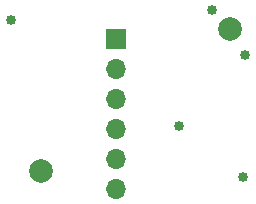
<source format=gbr>
%TF.GenerationSoftware,KiCad,Pcbnew,(6.0.1)*%
%TF.CreationDate,2023-03-20T17:22:50-07:00*%
%TF.ProjectId,ProgrammingBed,50726f67-7261-46d6-9d69-6e674265642e,rev?*%
%TF.SameCoordinates,Original*%
%TF.FileFunction,Soldermask,Top*%
%TF.FilePolarity,Negative*%
%FSLAX46Y46*%
G04 Gerber Fmt 4.6, Leading zero omitted, Abs format (unit mm)*
G04 Created by KiCad (PCBNEW (6.0.1)) date 2023-03-20 17:22:50*
%MOMM*%
%LPD*%
G01*
G04 APERTURE LIST*
%ADD10C,2.000000*%
%ADD11R,1.700000X1.700000*%
%ADD12O,1.700000X1.700000*%
%ADD13C,0.850000*%
G04 APERTURE END LIST*
D10*
%TO.C,H2*%
X-6400000Y-4800000D03*
%TD*%
D11*
%TO.C,J1*%
X0Y6350000D03*
D12*
X0Y3810000D03*
X0Y1270000D03*
X0Y-1270000D03*
X0Y-3810000D03*
X0Y-6350000D03*
%TD*%
D10*
%TO.C,H1*%
X9600000Y7200000D03*
%TD*%
D13*
%TO.C,J5*%
X8100000Y8850000D03*
%TD*%
%TO.C,J2*%
X5300000Y-1000000D03*
%TD*%
%TO.C,J3*%
X10700000Y-5300000D03*
%TD*%
%TO.C,J4*%
X-8900000Y7950000D03*
%TD*%
%TO.C,J6*%
X10900000Y5000000D03*
%TD*%
M02*

</source>
